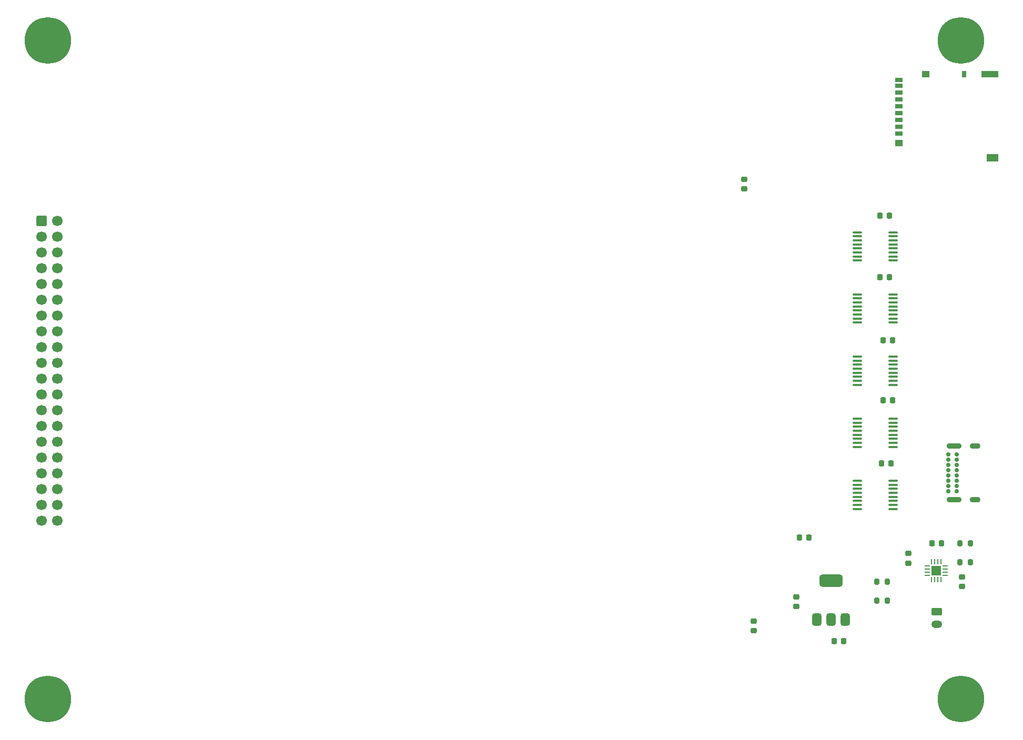
<source format=gbr>
%TF.GenerationSoftware,KiCad,Pcbnew,9.0.1*%
%TF.CreationDate,2025-11-23T11:55:31-07:00*%
%TF.ProjectId,Array,41727261-792e-46b6-9963-61645f706362,rev?*%
%TF.SameCoordinates,Original*%
%TF.FileFunction,Soldermask,Bot*%
%TF.FilePolarity,Negative*%
%FSLAX46Y46*%
G04 Gerber Fmt 4.6, Leading zero omitted, Abs format (unit mm)*
G04 Created by KiCad (PCBNEW 9.0.1) date 2025-11-23 11:55:31*
%MOMM*%
%LPD*%
G01*
G04 APERTURE LIST*
G04 Aperture macros list*
%AMRoundRect*
0 Rectangle with rounded corners*
0 $1 Rounding radius*
0 $2 $3 $4 $5 $6 $7 $8 $9 X,Y pos of 4 corners*
0 Add a 4 corners polygon primitive as box body*
4,1,4,$2,$3,$4,$5,$6,$7,$8,$9,$2,$3,0*
0 Add four circle primitives for the rounded corners*
1,1,$1+$1,$2,$3*
1,1,$1+$1,$4,$5*
1,1,$1+$1,$6,$7*
1,1,$1+$1,$8,$9*
0 Add four rect primitives between the rounded corners*
20,1,$1+$1,$2,$3,$4,$5,0*
20,1,$1+$1,$4,$5,$6,$7,0*
20,1,$1+$1,$6,$7,$8,$9,0*
20,1,$1+$1,$8,$9,$2,$3,0*%
G04 Aperture macros list end*
%ADD10RoundRect,0.225000X0.225000X0.250000X-0.225000X0.250000X-0.225000X-0.250000X0.225000X-0.250000X0*%
%ADD11RoundRect,0.375000X0.375000X-0.625000X0.375000X0.625000X-0.375000X0.625000X-0.375000X-0.625000X0*%
%ADD12RoundRect,0.500000X1.400000X-0.500000X1.400000X0.500000X-1.400000X0.500000X-1.400000X-0.500000X0*%
%ADD13RoundRect,0.225000X0.250000X-0.225000X0.250000X0.225000X-0.250000X0.225000X-0.250000X-0.225000X0*%
%ADD14RoundRect,0.200000X0.200000X0.275000X-0.200000X0.275000X-0.200000X-0.275000X0.200000X-0.275000X0*%
%ADD15RoundRect,0.200000X-0.200000X-0.275000X0.200000X-0.275000X0.200000X0.275000X-0.200000X0.275000X0*%
%ADD16RoundRect,0.225000X-0.250000X0.225000X-0.250000X-0.225000X0.250000X-0.225000X0.250000X0.225000X0*%
%ADD17RoundRect,0.062500X0.375000X0.062500X-0.375000X0.062500X-0.375000X-0.062500X0.375000X-0.062500X0*%
%ADD18RoundRect,0.062500X0.062500X0.375000X-0.062500X0.375000X-0.062500X-0.375000X0.062500X-0.375000X0*%
%ADD19R,1.600000X1.600000*%
%ADD20RoundRect,0.225000X-0.225000X-0.250000X0.225000X-0.250000X0.225000X0.250000X-0.225000X0.250000X0*%
%ADD21C,0.700000*%
%ADD22O,2.400000X0.900000*%
%ADD23O,1.700000X0.900000*%
%ADD24C,4.700000*%
%ADD25C,7.500000*%
%ADD26RoundRect,0.250000X-0.600000X-0.600000X0.600000X-0.600000X0.600000X0.600000X-0.600000X0.600000X0*%
%ADD27C,1.700000*%
%ADD28RoundRect,0.100000X-0.637500X-0.100000X0.637500X-0.100000X0.637500X0.100000X-0.637500X0.100000X0*%
%ADD29RoundRect,0.250000X-0.625000X0.350000X-0.625000X-0.350000X0.625000X-0.350000X0.625000X0.350000X0*%
%ADD30O,1.750000X1.200000*%
%ADD31R,1.900000X1.300000*%
%ADD32R,1.200000X1.000000*%
%ADD33R,2.800000X1.000000*%
%ADD34R,0.800000X1.000000*%
%ADD35R,1.200000X0.700000*%
G04 APERTURE END LIST*
D10*
%TO.C,C119*%
X178469442Y-139941601D03*
X176919442Y-139941601D03*
%TD*%
D11*
%TO.C,U44*%
X178737442Y-136487601D03*
X176437442Y-136487601D03*
D12*
X176437442Y-130187601D03*
D11*
X174137442Y-136487601D03*
%TD*%
D13*
%TO.C,C120*%
X170849442Y-134379601D03*
X170849442Y-132829601D03*
%TD*%
%TO.C,C123*%
X188869442Y-127369601D03*
X188869442Y-125819601D03*
%TD*%
D14*
%TO.C,R77*%
X198838442Y-127201601D03*
X197188442Y-127201601D03*
%TD*%
D15*
%TO.C,R79*%
X183789442Y-130391601D03*
X185439442Y-130391601D03*
%TD*%
%TO.C,R78*%
X183789442Y-133439601D03*
X185439442Y-133439601D03*
%TD*%
D16*
%TO.C,C122*%
X197505442Y-129616601D03*
X197505442Y-131166601D03*
%TD*%
D15*
%TO.C,R80*%
X197188442Y-124217133D03*
X198838442Y-124217133D03*
%TD*%
D17*
%TO.C,U45*%
X194792442Y-127851601D03*
X194792442Y-128351601D03*
X194792442Y-128851601D03*
X194792442Y-129351601D03*
D18*
X194104942Y-130039101D03*
X193604942Y-130039101D03*
X193104942Y-130039101D03*
X192604942Y-130039101D03*
D17*
X191917442Y-129351601D03*
X191917442Y-128851601D03*
X191917442Y-128351601D03*
X191917442Y-127851601D03*
D18*
X192604942Y-127164101D03*
X193104942Y-127164101D03*
X193604942Y-127164101D03*
X194104942Y-127164101D03*
D19*
X193354942Y-128601601D03*
%TD*%
D20*
%TO.C,C121*%
X192666442Y-124217133D03*
X194216442Y-124217133D03*
%TD*%
D21*
%TO.C,J3*%
X195284442Y-115840601D03*
X195284442Y-114990601D03*
X195284442Y-114140601D03*
X195284442Y-113290601D03*
X195284442Y-112440601D03*
X195284442Y-111590601D03*
X195284442Y-110740601D03*
X195284442Y-109890601D03*
X196634442Y-109890601D03*
X196634442Y-110740601D03*
X196634442Y-111590601D03*
X196634442Y-112440601D03*
X196634442Y-113290601D03*
X196634442Y-114140601D03*
X196634442Y-114990601D03*
X196634442Y-115840601D03*
D22*
X196264442Y-117190601D03*
D23*
X199644442Y-117190601D03*
D22*
X196264442Y-108540601D03*
D23*
X199644442Y-108540601D03*
%TD*%
D24*
%TO.C,REF\u002A\u002A*%
X50309442Y-149271601D03*
D25*
X50309442Y-149271601D03*
%TD*%
D24*
%TO.C,REF\u002A\u002A*%
X50309442Y-43271601D03*
D25*
X50309442Y-43271601D03*
%TD*%
D26*
%TO.C,J1*%
X49309442Y-72271601D03*
D27*
X51849442Y-72271601D03*
X49309442Y-74811601D03*
X51849442Y-74811601D03*
X49309442Y-77351601D03*
X51849442Y-77351601D03*
X49309442Y-79891601D03*
X51849442Y-79891601D03*
X49309442Y-82431601D03*
X51849442Y-82431601D03*
X49309442Y-84971601D03*
X51849442Y-84971601D03*
X49309442Y-87511601D03*
X51849442Y-87511601D03*
X49309442Y-90051601D03*
X51849442Y-90051601D03*
X49309442Y-92591601D03*
X51849442Y-92591601D03*
X49309442Y-95131601D03*
X51849442Y-95131601D03*
X49309442Y-97671601D03*
X51849442Y-97671601D03*
X49309442Y-100211601D03*
X51849442Y-100211601D03*
X49309442Y-102751601D03*
X51849442Y-102751601D03*
X49309442Y-105291601D03*
X51849442Y-105291601D03*
X49309442Y-107831601D03*
X51849442Y-107831601D03*
X49309442Y-110371601D03*
X51849442Y-110371601D03*
X49309442Y-112911601D03*
X51849442Y-112911601D03*
X49309442Y-115451601D03*
X51849442Y-115451601D03*
X49309442Y-117991601D03*
X51849442Y-117991601D03*
X49309442Y-120531601D03*
X51849442Y-120531601D03*
%TD*%
D24*
%TO.C,REF\u002A\u002A*%
X197309442Y-149271601D03*
D25*
X197309442Y-149271601D03*
%TD*%
D24*
%TO.C,REF\u002A\u002A*%
X197309442Y-43271601D03*
D25*
X197309442Y-43271601D03*
%TD*%
D28*
%TO.C,U41*%
X180672942Y-108676601D03*
X180672942Y-108026601D03*
X180672942Y-107376601D03*
X180672942Y-106726601D03*
X180672942Y-106076601D03*
X180672942Y-105426601D03*
X180672942Y-104776601D03*
X180672942Y-104126601D03*
X186397942Y-104126601D03*
X186397942Y-104776601D03*
X186397942Y-105426601D03*
X186397942Y-106076601D03*
X186397942Y-106726601D03*
X186397942Y-107376601D03*
X186397942Y-108026601D03*
X186397942Y-108676601D03*
%TD*%
%TO.C,U42*%
X180672942Y-118676601D03*
X180672942Y-118026601D03*
X180672942Y-117376601D03*
X180672942Y-116726601D03*
X180672942Y-116076601D03*
X180672942Y-115426601D03*
X180672942Y-114776601D03*
X180672942Y-114126601D03*
X186397942Y-114126601D03*
X186397942Y-114776601D03*
X186397942Y-115426601D03*
X186397942Y-116076601D03*
X186397942Y-116726601D03*
X186397942Y-117376601D03*
X186397942Y-118026601D03*
X186397942Y-118676601D03*
%TD*%
%TO.C,U39*%
X180672942Y-88676601D03*
X180672942Y-88026601D03*
X180672942Y-87376601D03*
X180672942Y-86726601D03*
X180672942Y-86076601D03*
X180672942Y-85426601D03*
X180672942Y-84776601D03*
X180672942Y-84126601D03*
X186397942Y-84126601D03*
X186397942Y-84776601D03*
X186397942Y-85426601D03*
X186397942Y-86076601D03*
X186397942Y-86726601D03*
X186397942Y-87376601D03*
X186397942Y-88026601D03*
X186397942Y-88676601D03*
%TD*%
D20*
%TO.C,C125*%
X184284442Y-81369601D03*
X185834442Y-81369601D03*
%TD*%
%TO.C,C127*%
X184792442Y-101181601D03*
X186342442Y-101181601D03*
%TD*%
D29*
%TO.C,J2*%
X193441442Y-135217601D03*
D30*
X193441442Y-137217601D03*
%TD*%
D10*
%TO.C,C114*%
X172880442Y-123279601D03*
X171330442Y-123279601D03*
%TD*%
D13*
%TO.C,C113*%
X162453442Y-67158601D03*
X162453442Y-65608601D03*
%TD*%
D20*
%TO.C,C128*%
X184538442Y-111341601D03*
X186088442Y-111341601D03*
%TD*%
%TO.C,C126*%
X184792442Y-91529601D03*
X186342442Y-91529601D03*
%TD*%
%TO.C,C124*%
X184284442Y-71463601D03*
X185834442Y-71463601D03*
%TD*%
D28*
%TO.C,U38*%
X180672942Y-78676601D03*
X180672942Y-78026601D03*
X180672942Y-77376601D03*
X180672942Y-76726601D03*
X180672942Y-76076601D03*
X180672942Y-75426601D03*
X180672942Y-74776601D03*
X180672942Y-74126601D03*
X186397942Y-74126601D03*
X186397942Y-74776601D03*
X186397942Y-75426601D03*
X186397942Y-76076601D03*
X186397942Y-76726601D03*
X186397942Y-77376601D03*
X186397942Y-78026601D03*
X186397942Y-78676601D03*
%TD*%
D16*
%TO.C,C112*%
X163977442Y-136728601D03*
X163977442Y-138278601D03*
%TD*%
D28*
%TO.C,U40*%
X180672942Y-98676601D03*
X180672942Y-98026601D03*
X180672942Y-97376601D03*
X180672942Y-96726601D03*
X180672942Y-96076601D03*
X180672942Y-95426601D03*
X180672942Y-94776601D03*
X180672942Y-94126601D03*
X186397942Y-94126601D03*
X186397942Y-94776601D03*
X186397942Y-95426601D03*
X186397942Y-96076601D03*
X186397942Y-96726601D03*
X186397942Y-97376601D03*
X186397942Y-98026601D03*
X186397942Y-98676601D03*
%TD*%
D31*
%TO.C,J4*%
X202445442Y-62129601D03*
D32*
X187345442Y-59779601D03*
X191645442Y-48629601D03*
D33*
X201995442Y-48629601D03*
D34*
X197845442Y-48629601D03*
D35*
X187345442Y-49579601D03*
X187345442Y-50529601D03*
X187345442Y-51629601D03*
X187345442Y-52729601D03*
X187345442Y-53829601D03*
X187345442Y-54929601D03*
X187345442Y-56029601D03*
X187345442Y-57129601D03*
X187345442Y-58229601D03*
%TD*%
M02*

</source>
